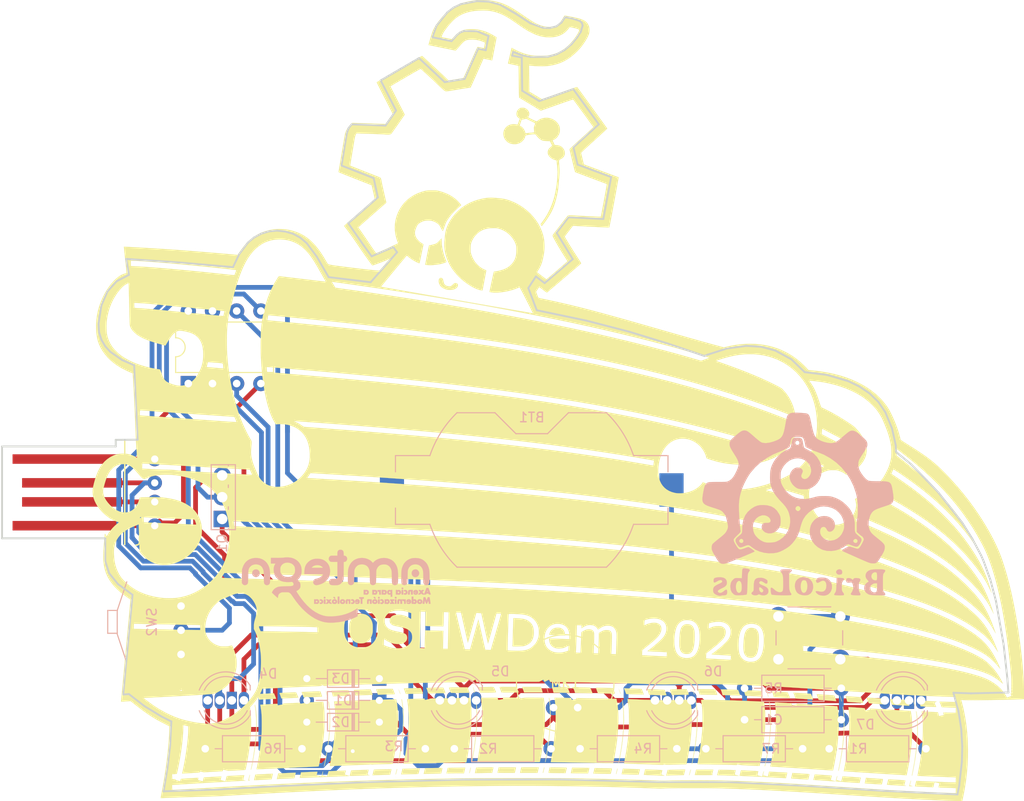
<source format=kicad_pcb>
(kicad_pcb (version 20171130) (host pcbnew "(5.1.5-0-10_14)")
  (layers (0 F.Cu signal) (31 B.Cu signal) (34 B.Paste user) (35 F.Paste user) (36 B.SilkS user) (37 F.SilkS user) (38 B.Mask user) (39 F.Mask user) (44 Edge.Cuts user))
  (net 0 "")
  (net 1 "Net-(BT1-Pad1)")
  (net 2 GND)
  (net 3 "Net-(D1-Pad1)")
  (net 4 "Net-(R1-Pad2)")
  (net 5 "Net-(D3-Pad1)")
  (net 6 "Net-(R3-Pad2)")
  (net 7 "Net-(C1-Pad1)")
  (net 8 "Net-(Q1-Pad3)")
  (net 9 "Net-(R6-Pad1)")
  (net 10 "Net-(MK1-Pad2)")
  (net 11 "Net-(D2-Pad1)")
  (net 12 "Net-(D4-Pad4)")
  (net 13 "Net-(D4-Pad1)")
  (net 14 "Net-(D5-Pad1)")
  (net 15 "Net-(D6-Pad1)")
  (module Project_Footprint_Library:BricoLabs_logo_2cm (layer B.Cu) (at 199.898 114.046 180)
    (fp_text reference G*** hide)
    (fp_text value LOGO hide)
  )
  (module Project_Footprint_Library:amtega_logo_2cm (layer B.Cu) (at 151.384 122.682 180)
    (fp_text reference G*** hide)
    (fp_text value LOGO hide)
  )
  (module Project_Footprint_Library:•OSHWI_footprint_silk_F (layer F.Cu) (at 174.752 103.124)
    (fp_text reference G*** hide)
    (fp_text value LOGO hide)
  )
  (module Connector_USB:USB_A_onBoard (layer F.Cu) (at 116.364 112.776)
    (fp_text reference J1 (at 14.732 5.08 -180) (layer F.SilkS))
    (fp_text value USB_A)
    (fp_line (start 12 1) (end 16 1) (layer F.Cu) (width 0.5))
    (fp_line (start 12 -1) (end 16 -1) (layer F.Cu) (width 0.5))
    (fp_line (start 12 -3.5) (end 16 -3.5) (layer F.Cu) (width 0.5))
    (fp_line (start 12 3.5) (end 16 3.5) (layer F.Cu) (width 0.5))
    (pad 1 thru_hole circle (at 16 3.5) (size 1.524 1.524) (drill 0.762) (layers *.Cu *.Mask) (net 7 "Net-(C1-Pad1)"))
    (pad 2 thru_hole circle (at 16 1) (size 1.524 1.524) (drill 0.762) (layers *.Cu *.Mask) (net 3 "Net-(D1-Pad1)"))
    (pad 3 thru_hole circle (at 16 -1) (size 1.524 1.524) (drill 0.762) (layers *.Cu *.Mask) (net 11 "Net-(D2-Pad1)"))
    (pad 4 thru_hole circle (at 16 -3.5) (size 1.524 1.524) (drill 0.762) (layers *.Cu *.Mask) (net 2 GND))
    (pad "" connect rect (at 7.32 -1 180) (size 10.5 1) (layers F.Cu F.Mask))
    (pad "" connect rect (at 7.32 1 180) (size 10.5 1) (layers F.Cu F.Mask))
    (pad "" connect rect (at 6.82 3.5 180) (size 11.5 1) (layers F.Cu F.Mask))
    (pad "" connect rect (at 6.82 -3.5 180) (size 11.5 1) (layers F.Cu F.Mask))
  )
  (module Package_DIP:DIP-8_W7.62mm (layer F.Cu) (at 135.89 101.346 90)
    (fp_text reference U1 hide)
    (fp_text value ATTINY85-20PU hide)
    (pad 8 thru_hole oval (at 7.62 0 90) (size 1.6 1.6) (drill 0.8) (layers *.Cu *.Mask) (net 5 "Net-(D3-Pad1)"))
    (pad 4 thru_hole oval (at 0 7.62 90) (size 1.6 1.6) (drill 0.8) (layers *.Cu *.Mask) (net 2 GND))
    (pad 7 thru_hole oval (at 7.62 2.54 90) (size 1.6 1.6) (drill 0.8) (layers *.Cu *.Mask))
    (pad 3 thru_hole oval (at 0 5.08 90) (size 1.6 1.6) (drill 0.8) (layers *.Cu *.Mask) (net 6 "Net-(R3-Pad2)"))
    (pad 6 thru_hole oval (at 7.62 5.08 90) (size 1.6 1.6) (drill 0.8) (layers *.Cu *.Mask) (net 10 "Net-(MK1-Pad2)"))
    (pad 2 thru_hole oval (at 0 2.54 90) (size 1.6 1.6) (drill 0.8) (layers *.Cu *.Mask) (net 4 "Net-(R1-Pad2)"))
    (pad 5 thru_hole oval (at 7.62 7.62 90) (size 1.6 1.6) (drill 0.8) (layers *.Cu *.Mask) (net 9 "Net-(R6-Pad1)"))
    (pad 1 thru_hole rect (at 0 0 90) (size 1.6 1.6) (drill 0.8) (layers *.Cu *.Mask))
  )
  (module Battery:BatteryHolder_Keystone_1058_1x2032 (layer B.Cu) (at 171.958 112.522)
    (fp_text reference BT1 (at 0 -7.62) (layer B.SilkS) (effects (justify mirror)))
    (fp_text value CR2032)
    (pad 2 smd rect (at 14.68 0) (size 2.54 3.51) (layers B.Cu B.Paste B.Mask) (net 2 GND))
    (pad 1 smd rect (at -14.68 0) (size 2.54 3.51) (layers B.Cu B.Paste B.Mask) (net 1 "Net-(BT1-Pad1)"))
  )
  (module Sensor_Audio:Microphone_D10.0mm_P2.54mm (layer F.Cu) (at 172.974 132.842)
    (fp_text reference MK1 (at 2.5 0) (layer F.SilkS))
    (fp_text value 0905P)
    (pad 2 thru_hole circle (at 3.81 2.54) (size 1.6 1.6) (drill 0.8) (layers *.Cu *.Mask) (net 10 "Net-(MK1-Pad2)"))
    (pad 1 thru_hole circle (at 1.27 2.54) (size 1.6 1.6) (drill 0.8) (layers *.Cu *.Mask) (net 2 GND))
  )
  (module LED_THT:LED_D5.0mm-WS2812D (layer B.Cu) (at 212.852 134.62 180)
    (fp_text reference D7 (at 5.842 -2.54) (layer B.SilkS) (effects (justify mirror)))
    (fp_text value WS2812D)
    (pad 4 thru_hole oval (at 3.81 0 180) (size 1.07 1.8) (drill 0.9) (layers *.Cu *.Mask) (net 15 "Net-(D6-Pad1)"))
    (pad 3 thru_hole oval (at 2.54 0 180) (size 1.07 1.8) (drill 0.9) (layers *.Cu *.Mask) (net 2 GND))
    (pad 1 thru_hole oval (at 0 0 180) (size 1.07 1.8) (drill 0.9) (layers *.Cu *.Mask))
    (pad 2 thru_hole rect (at 1.27 0 180) (size 1.07 1.8) (drill 0.9) (layers *.Cu *.Mask) (net 5 "Net-(D3-Pad1)"))
  )
  (module LED_THT:LED_D5.0mm-WS2812D (layer B.Cu) (at 188.722 134.62 180)
    (fp_text reference D6 (at -2.286 3.048) (layer B.SilkS) (effects (justify mirror)))
    (fp_text value WS2812D)
    (pad 4 thru_hole oval (at 3.81 0 180) (size 1.07 1.8) (drill 0.9) (layers *.Cu *.Mask) (net 14 "Net-(D5-Pad1)"))
    (pad 3 thru_hole oval (at 2.54 0 180) (size 1.07 1.8) (drill 0.9) (layers *.Cu *.Mask) (net 2 GND))
    (pad 1 thru_hole oval (at 0 0 180) (size 1.07 1.8) (drill 0.9) (layers *.Cu *.Mask) (net 15 "Net-(D6-Pad1)"))
    (pad 2 thru_hole rect (at 1.27 0 180) (size 1.07 1.8) (drill 0.9) (layers *.Cu *.Mask) (net 5 "Net-(D3-Pad1)"))
  )
  (module LED_THT:LED_D5.0mm-WS2812D (layer B.Cu) (at 166.116 134.62 180)
    (fp_text reference D5 (at -2.54 3.048) (layer B.SilkS) (effects (justify mirror)))
    (fp_text value WS2812D)
    (pad 4 thru_hole oval (at 3.81 0 180) (size 1.07 1.8) (drill 0.9) (layers *.Cu *.Mask) (net 13 "Net-(D4-Pad1)"))
    (pad 3 thru_hole oval (at 2.54 0 180) (size 1.07 1.8) (drill 0.9) (layers *.Cu *.Mask) (net 2 GND))
    (pad 1 thru_hole oval (at 0 0 180) (size 1.07 1.8) (drill 0.9) (layers *.Cu *.Mask) (net 14 "Net-(D5-Pad1)"))
    (pad 2 thru_hole rect (at 1.27 0 180) (size 1.07 1.8) (drill 0.9) (layers *.Cu *.Mask) (net 5 "Net-(D3-Pad1)"))
  )
  (module LED_THT:LED_D5.0mm-WS2812D (layer B.Cu) (at 141.732 134.62 180)
    (fp_text reference D4 (at -2.54 2.794) (layer B.SilkS) (effects (justify mirror)))
    (fp_text value WS2812D)
    (pad 4 thru_hole oval (at 3.81 0 180) (size 1.07 1.8) (drill 0.9) (layers *.Cu *.Mask) (net 12 "Net-(D4-Pad4)"))
    (pad 3 thru_hole oval (at 2.54 0 180) (size 1.07 1.8) (drill 0.9) (layers *.Cu *.Mask) (net 2 GND))
    (pad 1 thru_hole oval (at 0 0 180) (size 1.07 1.8) (drill 0.9) (layers *.Cu *.Mask) (net 13 "Net-(D4-Pad1)"))
    (pad 2 thru_hole rect (at 1.27 0 180) (size 1.07 1.8) (drill 0.9) (layers *.Cu *.Mask) (net 5 "Net-(D3-Pad1)"))
  )
  (module Button_Switch_THT:SW_DIP_SPDT_Slide_angled_ESP20XX (layer B.Cu) (at 135.128 124.714 270)
    (fp_text reference SW2 (at 1.6764 3.0734 270) (layer B.SilkS) (effects (justify mirror)))
    (fp_text value SW)
    (pad 2 thru_hole oval (at 2.54 0 270) (size 1.6 1.6) (drill 0.8) (layers *.Cu *.Mask) (net 1 "Net-(BT1-Pad1)"))
    (pad 3 thru_hole oval (at 5.08 0 270) (size 1.6 1.6) (drill 0.8) (layers *.Cu *.Mask))
    (pad 1 thru_hole rect (at 0 0 270) (size 1.6 1.6) (drill 0.8) (layers *.Cu *.Mask) (net 8 "Net-(Q1-Pad3)"))
  )
  (module Diode_THT:D_DO-34_SOD68_P7.62mm_Horizontal (layer B.Cu) (at 155.956 132.334 180)
    (fp_text reference D3 (at 4.064 0) (layer B.SilkS) (effects (justify mirror)))
    (fp_text value BAT41)
    (pad 2 thru_hole oval (at 7.62 0 180) (size 1.5 1.5) (drill 0.75) (layers *.Cu *.Mask) (net 7 "Net-(C1-Pad1)"))
    (pad 1 thru_hole rect (at 0 0 180) (size 1.5 1.5) (drill 0.75) (layers *.Cu *.Mask) (net 5 "Net-(D3-Pad1)"))
  )
  (module Diode_THT:D_DO-34_SOD68_P7.62mm_Horizontal (layer B.Cu) (at 155.956 136.906 180)
    (fp_text reference D2 (at 4.064 0) (layer B.SilkS) (effects (justify mirror)))
    (fp_text value BAT41)
    (pad 2 thru_hole oval (at 7.62 0 180) (size 1.5 1.5) (drill 0.75) (layers *.Cu *.Mask) (net 2 GND))
    (pad 1 thru_hole rect (at 0 0 180) (size 1.5 1.5) (drill 0.75) (layers *.Cu *.Mask) (net 11 "Net-(D2-Pad1)"))
  )
  (module Diode_THT:D_DO-34_SOD68_P7.62mm_Horizontal (layer B.Cu) (at 155.956 134.62 180)
    (fp_text reference D1 (at 3.81 0) (layer B.SilkS) (effects (justify mirror)))
    (fp_text value BAT41)
    (pad 2 thru_hole oval (at 7.62 0 180) (size 1.5 1.5) (drill 0.75) (layers *.Cu *.Mask) (net 2 GND))
    (pad 1 thru_hole rect (at 0 0 180) (size 1.5 1.5) (drill 0.75) (layers *.Cu *.Mask) (net 3 "Net-(D1-Pad1)"))
  )
  (module Resistor_THT:R_Axial_DIN0207_L6.3mm_D2.5mm_P10.16mm_Horizontal (layer B.Cu) (at 213.36 139.7 180)
    (fp_text reference R1 (at 7.112 0) (layer B.SilkS) (effects (justify mirror)))
    (fp_text value 10K)
    (pad 2 thru_hole oval (at 10.16 0 180) (size 1.6 1.6) (drill 0.8) (layers *.Cu *.Mask) (net 4 "Net-(R1-Pad2)"))
    (pad 1 thru_hole circle (at 0 0 180) (size 1.6 1.6) (drill 0.8) (layers *.Cu *.Mask) (net 2 GND))
  )
  (module Resistor_THT:R_Axial_DIN0207_L6.3mm_D2.5mm_P10.16mm_Horizontal (layer B.Cu) (at 147.828 139.7 180)
    (fp_text reference R6 (at 3.048 0) (layer B.SilkS) (effects (justify mirror)))
    (fp_text value 470R)
    (pad 2 thru_hole oval (at 10.16 0 180) (size 1.6 1.6) (drill 0.8) (layers *.Cu *.Mask) (net 12 "Net-(D4-Pad4)"))
    (pad 1 thru_hole circle (at 0 0 180) (size 1.6 1.6) (drill 0.8) (layers *.Cu *.Mask) (net 9 "Net-(R6-Pad1)"))
  )
  (module Resistor_THT:R_Axial_DIN0207_L6.3mm_D2.5mm_P10.16mm_Horizontal (layer B.Cu) (at 200.406 139.7 180)
    (fp_text reference R7 (at 3.302 0) (layer B.SilkS) (effects (justify mirror)))
    (fp_text value 2K2)
    (pad 2 thru_hole oval (at 10.16 0 180) (size 1.6 1.6) (drill 0.8) (layers *.Cu *.Mask) (net 5 "Net-(D3-Pad1)"))
    (pad 1 thru_hole circle (at 0 0 180) (size 1.6 1.6) (drill 0.8) (layers *.Cu *.Mask) (net 10 "Net-(MK1-Pad2)"))
  )
  (module Resistor_THT:R_Axial_DIN0207_L6.3mm_D2.5mm_P10.16mm_Horizontal (layer B.Cu) (at 194.31 133.35)
    (fp_text reference R5 (at 3.048 0) (layer B.SilkS) (effects (justify mirror)))
    (fp_text value 100K)
    (pad 2 thru_hole oval (at 10.16 0) (size 1.6 1.6) (drill 0.8) (layers *.Cu *.Mask) (net 7 "Net-(C1-Pad1)"))
    (pad 1 thru_hole circle (at 0 0) (size 1.6 1.6) (drill 0.8) (layers *.Cu *.Mask) (net 2 GND))
  )
  (module Package_TO_SOT_THT:TO-251-3_Vertical (layer B.Cu) (at 139.446 115.57 90)
    (fp_text reference Q1 (at -2.54 0 270) (layer B.SilkS) (effects (justify mirror)))
    (fp_text value AOI409)
    (pad 3 thru_hole oval (at 4.58 0 90) (size 1.7175 1.8) (drill 1.1) (layers *.Cu *.Mask) (net 8 "Net-(Q1-Pad3)"))
    (pad 2 thru_hole oval (at 2.29 0 90) (size 1.7175 1.8) (drill 1.1) (layers *.Cu *.Mask) (net 5 "Net-(D3-Pad1)"))
    (pad 1 thru_hole rect (at 0 0 90) (size 1.7175 1.8) (drill 1.1) (layers *.Cu *.Mask) (net 7 "Net-(C1-Pad1)"))
  )
  (module Resistor_THT:R_Axial_DIN0207_L6.3mm_D2.5mm_P10.16mm_Horizontal (layer B.Cu) (at 204.47 136.652 180)
    (fp_text reference C1 (at 7.112 0) (layer B.SilkS) (effects (justify mirror)))
    (fp_text value 100K)
    (pad 2 thru_hole oval (at 10.16 0 180) (size 1.6 1.6) (drill 0.8) (layers *.Cu *.Mask) (net 2 GND))
    (pad 1 thru_hole circle (at 0 0 180) (size 1.6 1.6) (drill 0.8) (layers *.Cu *.Mask) (net 7 "Net-(C1-Pad1)"))
  )
  (module Resistor_THT:R_Axial_DIN0207_L6.3mm_D2.5mm_P10.16mm_Horizontal (layer B.Cu) (at 177.038 139.7)
    (fp_text reference R4 (at 6.604 0) (layer B.SilkS) (effects (justify mirror)))
    (fp_text value 1K5)
    (pad 2 thru_hole oval (at 10.16 0) (size 1.6 1.6) (drill 0.8) (layers *.Cu *.Mask) (net 5 "Net-(D3-Pad1)"))
    (pad 1 thru_hole circle (at 0 0) (size 1.6 1.6) (drill 0.8) (layers *.Cu *.Mask) (net 11 "Net-(D2-Pad1)"))
  )
  (module Resistor_THT:R_Axial_DIN0207_L6.3mm_D2.5mm_P10.16mm_Horizontal (layer B.Cu) (at 150.622 139.7)
    (fp_text reference R3 (at 6.858 -0.254) (layer B.SilkS) (effects (justify mirror)))
    (fp_text value 68R)
    (pad 2 thru_hole oval (at 10.16 0) (size 1.6 1.6) (drill 0.8) (layers *.Cu *.Mask) (net 6 "Net-(R3-Pad2)"))
    (pad 1 thru_hole circle (at 0 0) (size 1.6 1.6) (drill 0.8) (layers *.Cu *.Mask) (net 3 "Net-(D1-Pad1)"))
  )
  (module Resistor_THT:R_Axial_DIN0207_L6.3mm_D2.5mm_P10.16mm_Horizontal (layer B.Cu) (at 173.99 139.7 180)
    (fp_text reference R2 (at 6.604 0) (layer B.SilkS) (effects (justify mirror)))
    (fp_text value 68R)
    (pad 2 thru_hole oval (at 10.16 0 180) (size 1.6 1.6) (drill 0.8) (layers *.Cu *.Mask) (net 4 "Net-(R1-Pad2)"))
    (pad 1 thru_hole circle (at 0 0 180) (size 1.6 1.6) (drill 0.8) (layers *.Cu *.Mask) (net 11 "Net-(D2-Pad1)"))
  )
  (module Button_Switch_THT:SW_PUSH_6mm_H4.3mm (layer B.Cu) (at 197.866 130.302)
    (fp_text reference SW1 hide)
    (fp_text value SW_Push hide)
    (pad 1 thru_hole circle (at 6.5 0 270) (size 2 2) (drill 1.1) (layers *.Cu *.Mask) (net 5 "Net-(D3-Pad1)"))
    (pad 2 thru_hole circle (at 6.5 -4.5 270) (size 2 2) (drill 1.1) (layers *.Cu *.Mask) (net 4 "Net-(R1-Pad2)"))
    (pad 1 thru_hole circle (at 0 0 270) (size 2 2) (drill 1.1) (layers *.Cu *.Mask) (net 5 "Net-(D3-Pad1)"))
    (pad 2 thru_hole circle (at 0 -4.5 270) (size 2 2) (drill 1.1) (layers *.Cu *.Mask) (net 4 "Net-(R1-Pad2)"))
  )
  (gr_line (start 128.27 107.259) (end 128.27 107.95) (layer Edge.Cuts) (width 0.2))
  (gr_line (start 116.332 107.95) (end 128.27 107.95) (layer Edge.Cuts) (width 0.2))
  (gr_line (start 172.486837 93.646767) (end 171.59952 91.317) (layer Edge.Cuts) (width 0.2))
  (gr_line (start 177.704225 94.74047) (end 172.486837 93.646767) (layer Edge.Cuts) (width 0.2))
  (gr_line (start 182.189858 95.901385) (end 177.704225 94.74047) (layer Edge.Cuts) (width 0.2))
  (gr_line (start 186.221029 97.134295) (end 182.189858 95.901385) (layer Edge.Cuts) (width 0.2))
  (gr_line (start 190.075037 98.443988) (end 186.221029 97.134295) (layer Edge.Cuts) (width 0.2))
  (gr_line (start 190.462542 98.303979) (end 190.075037 98.443988) (layer Edge.Cuts) (width 0.2))
  (gr_line (start 192.426732 97.67529) (end 190.462542 98.303979) (layer Edge.Cuts) (width 0.2))
  (gr_line (start 194.466012 97.390066) (end 192.426732 97.67529) (layer Edge.Cuts) (width 0.2))
  (gr_line (start 196.013525 97.480922) (end 194.466012 97.390066) (layer Edge.Cuts) (width 0.2))
  (gr_line (start 197.512572 97.872377) (end 196.013525 97.480922) (layer Edge.Cuts) (width 0.2))
  (gr_line (start 199.221076 98.798165) (end 197.512572 97.872377) (layer Edge.Cuts) (width 0.2))
  (gr_line (start 200.619772 100.146688) (end 199.221076 98.798165) (layer Edge.Cuts) (width 0.2))
  (gr_line (start 202.937842 100.432848) (end 200.619772 100.146688) (layer Edge.Cuts) (width 0.2))
  (gr_line (start 205.176112 101.089817) (end 202.937842 100.432848) (layer Edge.Cuts) (width 0.2))
  (gr_line (start 206.348248 101.650512) (end 205.176112 101.089817) (layer Edge.Cuts) (width 0.2))
  (gr_line (start 207.429709 102.377625) (end 206.348248 101.650512) (layer Edge.Cuts) (width 0.2))
  (gr_line (start 208.363053 103.276774) (end 207.429709 102.377625) (layer Edge.Cuts) (width 0.2))
  (gr_line (start 209.090842 104.353566) (end 208.363053 103.276774) (layer Edge.Cuts) (width 0.2))
  (gr_line (start 209.793953 106.05045) (end 209.090842 104.353566) (layer Edge.Cuts) (width 0.2))
  (gr_line (start 210.193272 107.838346) (end 209.793953 106.05045) (layer Edge.Cuts) (width 0.2))
  (gr_line (start 210.205407 108.476653) (end 210.193272 107.838346) (layer Edge.Cuts) (width 0.2))
  (gr_line (start 210.265489 108.573667) (end 210.205407 108.476653) (layer Edge.Cuts) (width 0.2))
  (gr_line (start 211.808518 109.835588) (end 210.265489 108.573667) (layer Edge.Cuts) (width 0.2))
  (gr_line (start 213.430559 111.501167) (end 211.808518 109.835588) (layer Edge.Cuts) (width 0.2))
  (gr_line (start 213.434962 111.50557) (end 213.430559 111.501167) (layer Edge.Cuts) (width 0.2))
  (gr_line (start 214.657002 112.78273) (end 213.434962 111.50557) (layer Edge.Cuts) (width 0.2))
  (gr_line (start 217.166293 115.956337) (end 214.657002 112.78273) (layer Edge.Cuts) (width 0.2))
  (gr_line (start 218.226142 117.640626) (end 217.166293 115.956337) (layer Edge.Cuts) (width 0.2))
  (gr_line (start 219.150502 119.3918) (end 218.226142 117.640626) (layer Edge.Cuts) (width 0.2))
  (gr_line (start 219.415085 119.992625) (end 219.150502 119.3918) (layer Edge.Cuts) (width 0.2))
  (gr_line (start 220.138358 121.997519) (end 219.415085 119.992625) (layer Edge.Cuts) (width 0.2))
  (gr_line (start 220.720054 124.223047) (end 220.138358 121.997519) (layer Edge.Cuts) (width 0.2))
  (gr_line (start 221.514373 128.73442) (end 220.720054 124.223047) (layer Edge.Cuts) (width 0.2))
  (gr_line (start 221.909342 132.32357) (end 221.514373 128.73442) (layer Edge.Cuts) (width 0.2))
  (gr_line (start 222.016265 133.787325) (end 221.909342 132.32357) (layer Edge.Cuts) (width 0.2))
  (gr_line (start 221.699869 133.801097) (end 222.016265 133.787325) (layer Edge.Cuts) (width 0.2))
  (gr_line (start 218.092719 133.881576) (end 221.699869 133.801097) (layer Edge.Cuts) (width 0.2))
  (gr_line (start 216.244499 133.822044) (end 218.092719 133.881576) (layer Edge.Cuts) (width 0.2))
  (gr_line (start 216.779965 135.756909) (end 216.244499 133.822044) (layer Edge.Cuts) (width 0.2))
  (gr_line (start 217.070826 137.659373) (end 216.779965 135.756909) (layer Edge.Cuts) (width 0.2))
  (gr_line (start 217.170469 139.459907) (end 217.070826 137.659373) (layer Edge.Cuts) (width 0.2))
  (gr_line (start 217.13228 141.088984) (end 217.170469 139.459907) (layer Edge.Cuts) (width 0.2))
  (gr_line (start 216.855952 143.554649) (end 217.13228 141.088984) (layer Edge.Cuts) (width 0.2))
  (gr_line (start 216.668933 144.500144) (end 216.855952 143.554649) (layer Edge.Cuts) (width 0.2))
  (gr_line (start 208.861105 144.121384) (end 216.668933 144.500144) (layer Edge.Cuts) (width 0.2))
  (gr_line (start 200.651033 143.596894) (end 208.861105 144.121384) (layer Edge.Cuts) (width 0.2))
  (gr_line (start 192.585186 143.197571) (end 200.651033 143.596894) (layer Edge.Cuts) (width 0.2))
  (gr_line (start 185.210033 143.194314) (end 192.585186 143.197571) (layer Edge.Cuts) (width 0.2))
  (gr_line (start 174.914708 142.923083) (end 185.210033 143.194314) (layer Edge.Cuts) (width 0.2))
  (gr_line (start 164.652458 142.944192) (end 174.914708 142.923083) (layer Edge.Cuts) (width 0.2))
  (gr_line (start 154.485721 143.208046) (end 164.652458 142.944192) (layer Edge.Cuts) (width 0.2))
  (gr_line (start 144.476933 143.665049) (end 154.485721 143.208046) (layer Edge.Cuts) (width 0.2))
  (gr_line (start 139.032033 143.982549) (end 144.476933 143.665049) (layer Edge.Cuts) (width 0.2))
  (gr_line (start 133.294433 144.169964) (end 139.032033 143.982549) (layer Edge.Cuts) (width 0.2))
  (gr_line (start 133.702424 141.727082) (end 133.294433 144.169964) (layer Edge.Cuts) (width 0.2))
  (gr_line (start 133.982246 139.358593) (end 133.702424 141.727082) (layer Edge.Cuts) (width 0.2))
  (gr_line (start 134.108026 136.834394) (end 133.982246 139.358593) (layer Edge.Cuts) (width 0.2))
  (gr_line (start 134.031134 136.798619) (end 134.108026 136.834394) (layer Edge.Cuts) (width 0.2))
  (gr_line (start 133.048586 136.30247) (end 134.031134 136.798619) (layer Edge.Cuts) (width 0.2))
  (gr_line (start 131.286548 135.225483) (end 133.048586 136.30247) (layer Edge.Cuts) (width 0.2))
  (gr_line (start 129.650346 133.95926) (end 131.286548 135.225483) (layer Edge.Cuts) (width 0.2))
  (gr_line (start 129.057175 133.99918) (end 129.650346 133.95926) (layer Edge.Cuts) (width 0.2))
  (gr_line (start 130.03256 123.53008) (end 129.057175 133.99918) (layer Edge.Cuts) (width 0.2))
  (gr_line (start 128.502908 122.408578) (end 130.03256 123.53008) (layer Edge.Cuts) (width 0.2))
  (gr_line (start 127.585504 121.271572) (end 128.502908 122.408578) (layer Edge.Cuts) (width 0.2))
  (gr_line (start 127.174718 119.997051) (end 127.585504 121.271572) (layer Edge.Cuts) (width 0.2))
  (gr_line (start 127.16492 117.602) (end 127.174718 119.997051) (layer Edge.Cuts) (width 0.2))
  (gr_line (start 116.332 117.602) (end 127.16492 117.602) (layer Edge.Cuts) (width 0.2))
  (gr_line (start 116.332 107.95) (end 116.332 117.602) (layer Edge.Cuts) (width 0.2))
  (gr_line (start 130.571706 107.242919) (end 128.27 107.259344) (layer Edge.Cuts) (width 0.2))
  (gr_line (start 130.202744 99.427659) (end 130.571706 107.242919) (layer Edge.Cuts) (width 0.2))
  (gr_line (start 128.926044 98.873254) (end 130.202744 99.427659) (layer Edge.Cuts) (width 0.2))
  (gr_line (start 127.68559 98.005298) (end 128.926044 98.873254) (layer Edge.Cuts) (width 0.2))
  (gr_line (start 127.169005 97.432385) (end 127.68559 98.005298) (layer Edge.Cuts) (width 0.2))
  (gr_line (start 126.769541 96.755462) (end 127.169005 97.432385) (layer Edge.Cuts) (width 0.2))
  (gr_line (start 126.523217 95.965988) (end 126.769541 96.755462) (layer Edge.Cuts) (width 0.2))
  (gr_line (start 126.466054 95.055419) (end 126.523217 95.965988) (layer Edge.Cuts) (width 0.2))
  (gr_line (start 126.757656 93.158098) (end 126.466054 95.055419) (layer Edge.Cuts) (width 0.2))
  (gr_line (start 127.402873 91.672485) (end 126.757656 93.158098) (layer Edge.Cuts) (width 0.2))
  (gr_line (start 128.377563 90.596902) (end 127.402873 91.672485) (layer Edge.Cuts) (width 0.2))
  (gr_line (start 129.657584 89.929669) (end 128.377563 90.596902) (layer Edge.Cuts) (width 0.2))
  (gr_line (start 129.36544 88.258939) (end 129.657584 89.929669) (layer Edge.Cuts) (width 0.2))
  (gr_line (start 134.843689 88.623574) (end 129.36544 88.258939) (layer Edge.Cuts) (width 0.2))
  (gr_line (start 140.58374 89.124898) (end 134.843689 88.623574) (layer Edge.Cuts) (width 0.2))
  (gr_line (start 141.236313 87.759316) (end 140.58374 89.124898) (layer Edge.Cuts) (width 0.2))
  (gr_line (start 142.14478 86.553478) (end 141.236313 87.759316) (layer Edge.Cuts) (width 0.2))
  (gr_line (start 142.79784 86.006525) (end 142.14478 86.553478) (layer Edge.Cuts) (width 0.2))
  (gr_line (start 143.547944 85.606619) (end 142.79784 86.006525) (layer Edge.Cuts) (width 0.2))
  (gr_line (start 144.363204 85.36402) (end 143.547944 85.606619) (layer Edge.Cuts) (width 0.2))
  (gr_line (start 145.21174 85.288988) (end 144.363204 85.36402) (layer Edge.Cuts) (width 0.2))
  (gr_line (start 146.060099 85.376912) (end 145.21174 85.288988) (layer Edge.Cuts) (width 0.2))
  (gr_line (start 146.87806 85.61586) (end 146.060099 85.376912) (layer Edge.Cuts) (width 0.2))
  (gr_line (start 147.65645 86.033541) (end 146.87806 85.61586) (layer Edge.Cuts) (width 0.2))
  (gr_line (start 148.325526 86.60381) (end 147.65645 86.033541) (layer Edge.Cuts) (width 0.2))
  (gr_line (start 149.38388 88.01695) (end 148.325526 86.60381) (layer Edge.Cuts) (width 0.2))
  (gr_line (start 150.62742 90.17) (end 149.38388 88.01695) (layer Edge.Cuts) (width 0.2))
  (gr_line (start 155.04372 90.705) (end 150.62742 90.17) (layer Edge.Cuts) (width 0.2))
  (gr_line (start 157.815531 87.56227) (end 155.04372 90.705) (layer Edge.Cuts) (width 0.2))
  (gr_line (start 157.422763 87.01047) (end 157.815531 87.56227) (layer Edge.Cuts) (width 0.2))
  (gr_line (start 155.145693 87.985016) (end 157.422763 87.01047) (layer Edge.Cuts) (width 0.2))
  (gr_line (start 154.307728 86.832876) (end 155.145693 87.985016) (layer Edge.Cuts) (width 0.2))
  (gr_line (start 152.690028 84.510706) (end 154.307728 86.832876) (layer Edge.Cuts) (width 0.2))
  (gr_line (start 155.801088 81.789356) (end 152.690028 84.510706) (layer Edge.Cuts) (width 0.2))
  (gr_line (start 155.360116 79.779076) (end 155.801088 81.789356) (layer Edge.Cuts) (width 0.2))
  (gr_line (start 151.978966 78.451196) (end 155.360116 79.779076) (layer Edge.Cuts) (width 0.2))
  (gr_line (start 152.55333 75.009966) (end 151.978966 78.451196) (layer Edge.Cuts) (width 0.2))
  (gr_line (start 152.724385 74.523628) (end 152.55333 75.009966) (layer Edge.Cuts) (width 0.2))
  (gr_line (start 153.051076 74.123613) (end 152.724385 74.523628) (layer Edge.Cuts) (width 0.2))
  (gr_line (start 154.543416 74.171469) (end 153.051076 74.123613) (layer Edge.Cuts) (width 0.2))
  (gr_line (start 156.595946 74.258661) (end 154.543416 74.171469) (layer Edge.Cuts) (width 0.2))
  (gr_line (start 157.710506 72.672821) (end 156.595946 74.258661) (layer Edge.Cuts) (width 0.2))
  (gr_line (start 156.098756 69.510501) (end 157.710506 72.672821) (layer Edge.Cuts) (width 0.2))
  (gr_line (start 160.116016 67.172801) (end 156.098756 69.510501) (layer Edge.Cuts) (width 0.2))
  (gr_line (start 161.470666 68.428951) (end 160.116016 67.172801) (layer Edge.Cuts) (width 0.2))
  (gr_line (start 162.814206 69.691851) (end 161.470666 68.428951) (layer Edge.Cuts) (width 0.2))
  (gr_line (start 164.913786 69.353405) (end 162.814206 69.691851) (layer Edge.Cuts) (width 0.2))
  (gr_line (start 166.326546 66.177305) (end 164.913786 69.353405) (layer Edge.Cuts) (width 0.2))
  (gr_line (start 167.131869 66.340465) (end 166.326546 66.177305) (layer Edge.Cuts) (width 0.2))
  (gr_line (start 167.418502 64.853285) (end 167.131869 66.340465) (layer Edge.Cuts) (width 0.2))
  (gr_line (start 166.186362 64.344636) (end 167.418502 64.853285) (layer Edge.Cuts) (width 0.2))
  (gr_line (start 164.856602 64.318771) (end 166.186362 64.344636) (layer Edge.Cuts) (width 0.2))
  (gr_line (start 164.451565 64.470503) (end 164.856602 64.318771) (layer Edge.Cuts) (width 0.2))
  (gr_line (start 164.114692 64.736507) (end 164.451565 64.470503) (layer Edge.Cuts) (width 0.2))
  (gr_line (start 163.537392 65.389061) (end 164.114692 64.736507) (layer Edge.Cuts) (width 0.2))
  (gr_line (start 161.526562 64.979508) (end 163.537392 65.389061) (layer Edge.Cuts) (width 0.2))
  (gr_line (start 161.963676 63.762428) (end 161.526562 64.979508) (layer Edge.Cuts) (width 0.2))
  (gr_line (start 163.089806 62.367698) (end 161.963676 63.762428) (layer Edge.Cuts) (width 0.2))
  (gr_line (start 163.764885 61.85454) (end 163.089806 62.367698) (layer Edge.Cuts) (width 0.2))
  (gr_line (start 164.529285 61.495175) (end 163.764885 61.85454) (layer Edge.Cuts) (width 0.2))
  (gr_line (start 166.192046 61.183848) (end 164.529285 61.495175) (layer Edge.Cuts) (width 0.2))
  (gr_line (start 167.435579 61.232986) (end 166.192046 61.183848) (layer Edge.Cuts) (width 0.2))
  (gr_line (start 168.634316 61.561786) (end 167.435579 61.232986) (layer Edge.Cuts) (width 0.2))
  (gr_line (start 170.249637 62.48985) (end 168.634316 61.561786) (layer Edge.Cuts) (width 0.2))
  (gr_line (start 171.810966 63.512346) (end 170.249637 62.48985) (layer Edge.Cuts) (width 0.2))
  (gr_line (start 173.149346 63.985048) (end 171.810966 63.512346) (layer Edge.Cuts) (width 0.2))
  (gr_line (start 173.854968 64.010314) (end 173.149346 63.985048) (layer Edge.Cuts) (width 0.2))
  (gr_line (start 174.542566 63.835744) (end 173.854968 64.010314) (layer Edge.Cuts) (width 0.2))
  (gr_line (start 175.081232 63.430714) (end 174.542566 63.835744) (layer Edge.Cuts) (width 0.2))
  (gr_line (start 175.462923 62.866702) (end 175.081232 63.430714) (layer Edge.Cuts) (width 0.2))
  (gr_line (start 176.244638 63.013559) (end 175.462923 62.866702) (layer Edge.Cuts) (width 0.2))
  (gr_line (start 176.994193 63.264128) (end 176.244638 63.013559) (layer Edge.Cuts) (width 0.2))
  (gr_line (start 177.214387 63.457007) (end 176.994193 63.264128) (layer Edge.Cuts) (width 0.2))
  (gr_line (start 177.30563 63.748646) (end 177.214387 63.457007) (layer Edge.Cuts) (width 0.2))
  (gr_line (start 177.110649 64.411115) (end 177.30563 63.748646) (layer Edge.Cuts) (width 0.2))
  (gr_line (start 176.725397 64.999386) (end 177.110649 64.411115) (layer Edge.Cuts) (width 0.2))
  (gr_line (start 176.123206 65.723023) (end 176.725397 64.999386) (layer Edge.Cuts) (width 0.2))
  (gr_line (start 175.398595 66.324802) (end 176.123206 65.723023) (layer Edge.Cuts) (width 0.2))
  (gr_line (start 174.572662 66.770842) (end 175.398595 66.324802) (layer Edge.Cuts) (width 0.2))
  (gr_line (start 173.666507 67.027266) (end 174.572662 66.770842) (layer Edge.Cuts) (width 0.2))
  (gr_line (start 171.850855 67.051703) (end 173.666507 67.027266) (layer Edge.Cuts) (width 0.2))
  (gr_line (start 170.959619 66.877725) (end 171.850855 67.051703) (layer Edge.Cuts) (width 0.2))
  (gr_line (start 170.107157 66.560564) (end 170.959619 66.877725) (layer Edge.Cuts) (width 0.2))
  (gr_line (start 170.007591 66.542546) (end 170.107157 66.560564) (layer Edge.Cuts) (width 0.2))
  (gr_line (start 169.965484 66.642526) (end 170.007591 66.542546) (layer Edge.Cuts) (width 0.2))
  (gr_line (start 169.912734 66.907101) (end 169.965484 66.642526) (layer Edge.Cuts) (width 0.2))
  (gr_line (start 170.914844 67.1105) (end 169.912734 66.907101) (layer Edge.Cuts) (width 0.2))
  (gr_line (start 170.958391 70.59528) (end 170.914844 67.1105) (layer Edge.Cuts) (width 0.2))
  (gr_line (start 172.743221 71.68117) (end 170.958391 70.59528) (layer Edge.Cuts) (width 0.2))
  (gr_line (start 176.315651 70.42495) (end 172.743221 71.68117) (layer Edge.Cuts) (width 0.2))
  (gr_line (start 179.003371 74.1214) (end 176.315651 70.42495) (layer Edge.Cuts) (width 0.2))
  (gr_line (start 176.339901 76.53131) (end 179.003371 74.1214) (layer Edge.Cuts) (width 0.2))
  (gr_line (start 176.779219 78.35363) (end 176.339901 76.53131) (layer Edge.Cuts) (width 0.2))
  (gr_line (start 180.298179 79.66552) (end 176.779219 78.35363) (layer Edge.Cuts) (width 0.2))
  (gr_line (start 179.480175 84.06862) (end 180.298179 79.66552) (layer Edge.Cuts) (width 0.2))
  (gr_line (start 177.774455 83.983476) (end 179.480175 84.06862) (layer Edge.Cuts) (width 0.2))
  (gr_line (start 175.825065 83.886166) (end 177.774455 83.983476) (layer Edge.Cuts) (width 0.2))
  (gr_line (start 174.574355 85.508946) (end 175.825065 83.886166) (layer Edge.Cuts) (width 0.2))
  (gr_line (start 176.268234 88.282106) (end 174.574355 85.508946) (layer Edge.Cuts) (width 0.2))
  (gr_line (start 173.312065 90.800056) (end 176.268234 88.282106) (layer Edge.Cuts) (width 0.2))
  (gr_line (start 172.39319 90.10332) (end 173.312065 90.800056) (layer Edge.Cuts) (width 0.2))
  (gr_line (start 171.59952 91.317) (end 172.39319 90.10332) (layer Edge.Cuts) (width 0.2))
  (segment (start 130.891048 120.705011) (end 128.58297 118.396933) (width 0.5) (layer B.Cu) (net 1))
  (segment (start 128.58297 118.396933) (end 128.58297 110.43103) (width 0.5) (layer B.Cu) (net 1))
  (segment (start 136.049163 120.705011) (end 130.891048 120.705011) (width 0.5) (layer B.Cu) (net 1))
  (segment (start 136.652 121.307848) (end 136.049163 120.705011) (width 0.5) (layer B.Cu) (net 1))
  (segment (start 128.58297 110.43103) (end 132.08 106.934) (width 0.5) (layer B.Cu) (net 1))
  (segment (start 134.838047 91.24799) (end 145.09599 91.24799) (width 0.5) (layer B.Cu) (net 1))
  (segment (start 132.08 94.006038) (end 134.838047 91.24799) (width 0.5) (layer B.Cu) (net 1))
  (segment (start 132.08 106.934) (end 132.08 94.006038) (width 0.5) (layer B.Cu) (net 1))
  (segment (start 145.09599 91.24799) (end 146.304 92.456) (width 0.5) (layer B.Cu) (net 1))
  (segment (start 146.304 92.456) (end 146.304 105.664) (width 0.5) (layer B.Cu) (net 1))
  (segment (start 146.304 105.664) (end 146.304 106.426) (width 0.5) (layer B.Cu) (net 1))
  (segment (start 146.304 110.744) (end 148.082 112.522) (width 0.5) (layer B.Cu) (net 1))
  (segment (start 148.082 112.522) (end 157.278 112.522) (width 0.5) (layer B.Cu) (net 1))
  (segment (start 146.304 105.664) (end 146.304 110.744) (width 0.5) (layer B.Cu) (net 1))
  (segment (start 136.652 121.385962) (end 136.652 121.307848) (width 0.5) (layer B.Cu) (net 1))
  (segment (start 140.208 126.492) (end 140.208 124.941962) (width 0.5) (layer B.Cu) (net 1))
  (segment (start 139.446 127.254) (end 140.208 126.492) (width 0.5) (layer B.Cu) (net 1))
  (segment (start 140.208 124.941962) (end 136.652 121.385962) (width 0.5) (layer B.Cu) (net 1))
  (segment (start 135.128 127.254) (end 139.446 127.254) (width 0.5) (layer B.Cu) (net 1))
  (segment (start 148.336 136.906) (end 148.336 134.62) (width 0.5) (layer F.Cu) (net 2))
  (segment (start 186.182 136.398) (end 186.182 134.62) (width 0.5) (layer F.Cu) (net 2))
  (segment (start 191.262 136.652) (end 194.31 136.652) (width 0.5) (layer F.Cu) (net 2))
  (segment (start 190.754 137.16) (end 191.262 136.652) (width 0.5) (layer F.Cu) (net 2))
  (segment (start 186.182 136.652) (end 186.69 137.16) (width 0.5) (layer F.Cu) (net 2))
  (segment (start 186.69 137.16) (end 190.754 137.16) (width 0.5) (layer F.Cu) (net 2))
  (segment (start 186.182 136.398) (end 186.182 136.652) (width 0.5) (layer F.Cu) (net 2))
  (segment (start 194.31 136.652) (end 198.628 136.652) (width 0.5) (layer F.Cu) (net 2))
  (segment (start 198.628 136.652) (end 200.152 138.176) (width 0.5) (layer F.Cu) (net 2))
  (segment (start 211.836 138.176) (end 213.36 139.7) (width 0.5) (layer F.Cu) (net 2))
  (segment (start 210.312 136.02) (end 210.312 137.922) (width 0.5) (layer F.Cu) (net 2))
  (segment (start 210.312 134.62) (end 210.312 136.02) (width 0.5) (layer F.Cu) (net 2))
  (segment (start 210.312 137.922) (end 211.836 138.176) (width 0.5) (layer F.Cu) (net 2))
  (segment (start 200.152 138.176) (end 210.312 137.922) (width 0.5) (layer F.Cu) (net 2))
  (segment (start 194.31 133.604) (end 194.31 136.652) (width 0.5) (layer B.Cu) (net 2))
  (segment (start 132.588 108.510037) (end 132.653953 108.57599) (width 0.5) (layer F.Cu) (net 2))
  (segment (start 149.085999 137.655999) (end 149.085999 138.163999) (width 0.5) (layer F.Cu) (net 2))
  (segment (start 148.336 136.906) (end 149.085999 137.655999) (width 0.5) (layer F.Cu) (net 2))
  (segment (start 149.085999 138.163999) (end 149.098 138.176) (width 0.5) (layer F.Cu) (net 2))
  (segment (start 149.098 138.176) (end 149.098 140.716) (width 0.5) (layer F.Cu) (net 2))
  (segment (start 149.332001 140.950001) (end 178.542001 140.950001) (width 0.5) (layer F.Cu) (net 2))
  (segment (start 149.098 140.716) (end 149.332001 140.950001) (width 0.5) (layer F.Cu) (net 2))
  (segment (start 178.542001 140.950001) (end 179.07 140.422002) (width 0.5) (layer F.Cu) (net 2))
  (segment (start 179.07 140.422002) (end 179.07 138.176) (width 0.5) (layer F.Cu) (net 2))
  (segment (start 193.04 132.08) (end 194.31 133.35) (width 0.5) (layer B.Cu) (net 2))
  (segment (start 163.576 136.398) (end 164.338 137.16) (width 0.5) (layer F.Cu) (net 2))
  (segment (start 163.576 134.62) (end 163.576 136.398) (width 0.5) (layer F.Cu) (net 2))
  (segment (start 185.166 137.414) (end 185.42 137.16) (width 0.5) (layer F.Cu) (net 2))
  (segment (start 179.832 137.414) (end 185.166 137.414) (width 0.5) (layer F.Cu) (net 2))
  (segment (start 185.42 137.16) (end 186.182 136.398) (width 0.5) (layer F.Cu) (net 2))
  (segment (start 179.07 138.176) (end 179.832 137.414) (width 0.5) (layer F.Cu) (net 2))
  (segment (start 164.338 137.16) (end 173.482 137.16) (width 0.5) (layer F.Cu) (net 2))
  (segment (start 173.482 137.16) (end 174.244 136.398) (width 0.5) (layer F.Cu) (net 2))
  (segment (start 174.244 136.398) (end 174.244 135.382) (width 0.5) (layer F.Cu) (net 2))
  (segment (start 175.26 137.414) (end 174.244 136.398) (width 0.5) (layer F.Cu) (net 2))
  (segment (start 178.308 137.414) (end 175.26 137.414) (width 0.5) (layer F.Cu) (net 2))
  (segment (start 179.07 138.176) (end 178.308 137.414) (width 0.5) (layer F.Cu) (net 2))
  (segment (start 132.653953 108.57599) (end 132.858981 108.781018) (width 0.5) (layer F.Cu) (net 2))
  (segment (start 132.842 105.156) (end 132.653953 108.57599) (width 0.5) (layer F.Cu) (net 2))
  (segment (start 134.112 103.886) (end 132.842 105.156) (width 0.5) (layer F.Cu) (net 2))
  (segment (start 140.97 103.886) (end 134.112 103.886) (width 0.5) (layer F.Cu) (net 2))
  (segment (start 143.51 101.346) (end 140.97 103.886) (width 0.5) (layer F.Cu) (net 2))
  (segment (start 187.198 130.81) (end 191.77 130.81) (width 0.5) (layer B.Cu) (net 2))
  (segment (start 191.77 130.81) (end 194.31 133.35) (width 0.5) (layer B.Cu) (net 2))
  (segment (start 136.339115 120.005001) (end 137.453057 121.118943) (width 0.5) (layer B.Cu) (net 2))
  (segment (start 139.192 132.588) (end 139.192 134.62) (width 0.5) (layer B.Cu) (net 2))
  (segment (start 131.181001 120.005001) (end 136.339115 120.005001) (width 0.5) (layer B.Cu) (net 2))
  (segment (start 130.754 109.276) (end 129.28298 110.74702) (width 0.5) (layer B.Cu) (net 2))
  (segment (start 129.28298 118.10698) (end 131.181001 120.005001) (width 0.5) (layer B.Cu) (net 2))
  (segment (start 129.28298 110.74702) (end 129.28298 118.10698) (width 0.5) (layer B.Cu) (net 2))
  (segment (start 132.364 109.276) (end 130.754 109.276) (width 0.5) (layer B.Cu) (net 2))
  (segment (start 186.638 130.25) (end 187.198 130.81) (width 0.5) (layer B.Cu) (net 2))
  (segment (start 186.638 112.522) (end 186.638 130.25) (width 0.5) (layer B.Cu) (net 2))
  (segment (start 137.453057 121.118943) (end 137.453057 121.197057) (width 0.5) (layer B.Cu) (net 2))
  (segment (start 140.540113 124.206) (end 140.794113 124.46) (width 0.5) (layer B.Cu) (net 2))
  (segment (start 140.462 124.206) (end 140.540113 124.206) (width 0.5) (layer B.Cu) (net 2))
  (segment (start 137.453057 121.197057) (end 140.462 124.206) (width 0.5) (layer B.Cu) (net 2))
  (segment (start 140.794113 124.46) (end 141.732 124.46) (width 0.5) (layer B.Cu) (net 2))
  (segment (start 141.732 124.46) (end 142.748 125.476) (width 0.5) (layer B.Cu) (net 2))
  (segment (start 142.748 125.476) (end 142.748 130.81) (width 0.5) (layer B.Cu) (net 2))
  (segment (start 142.748 130.81) (end 141.224 132.334) (width 0.5) (layer B.Cu) (net 2))
  (segment (start 139.446 132.334) (end 139.192 132.588) (width 0.5) (layer B.Cu) (net 2))
  (segment (start 141.224 132.334) (end 139.446 132.334) (width 0.5) (layer B.Cu) (net 2))
  (segment (start 139.192 134.62) (end 139.192 137.414) (width 0.5) (layer F.Cu) (net 2))
  (segment (start 139.192 137.414) (end 140.97 139.192) (width 0.5) (layer F.Cu) (net 2))
  (segment (start 140.97 139.192) (end 144.526 139.192) (width 0.5) (layer F.Cu) (net 2))
  (segment (start 144.526 139.192) (end 146.812 136.906) (width 0.5) (layer F.Cu) (net 2))
  (segment (start 146.812 136.906) (end 148.336 136.906) (width 0.5) (layer F.Cu) (net 2))
  (segment (start 157.226 134.62) (end 155.956 134.62) (width 0.5) (layer B.Cu) (net 3))
  (segment (start 158.242 137.668) (end 158.242 135.636) (width 0.5) (layer B.Cu) (net 3))
  (segment (start 157.48 138.43) (end 158.242 137.668) (width 0.5) (layer B.Cu) (net 3))
  (segment (start 151.892 138.43) (end 157.48 138.43) (width 0.5) (layer B.Cu) (net 3))
  (segment (start 158.242 135.636) (end 157.226 134.62) (width 0.5) (layer B.Cu) (net 3))
  (segment (start 150.622 139.7) (end 151.892 138.43) (width 0.5) (layer B.Cu) (net 3))
  (segment (start 144.272 131.344037) (end 144.272 139.192) (width 0.5) (layer B.Cu) (net 3))
  (segment (start 149.97537 141.478) (end 150.622 140.83137) (width 0.5) (layer B.Cu) (net 3))
  (segment (start 145.555018 130.061018) (end 144.272 131.344037) (width 0.5) (layer B.Cu) (net 3))
  (segment (start 150.75202 129.66398) (end 145.952057 129.66398) (width 0.5) (layer B.Cu) (net 3))
  (segment (start 146.558 141.478) (end 149.97537 141.478) (width 0.5) (layer B.Cu) (net 3))
  (segment (start 150.81401 129.60199) (end 150.75202 129.66398) (width 0.5) (layer B.Cu) (net 3))
  (segment (start 150.622 140.83137) (end 150.622 139.7) (width 0.5) (layer B.Cu) (net 3))
  (segment (start 132.364 113.776) (end 131.08 113.776) (width 0.5) (layer B.Cu) (net 3))
  (segment (start 146.859017 125.936983) (end 151.082983 125.936983) (width 0.5) (layer B.Cu) (net 3))
  (segment (start 136.919019 118.604981) (end 141.237019 122.922981) (width 0.5) (layer B.Cu) (net 3))
  (segment (start 144.272 139.192) (end 146.558 141.478) (width 0.5) (layer B.Cu) (net 3))
  (segment (start 141.237019 122.922981) (end 143.845017 122.922981) (width 0.5) (layer B.Cu) (net 3))
  (segment (start 151.384 129.286) (end 150.81401 129.60199) (width 0.5) (layer B.Cu) (net 3))
  (segment (start 132.320981 118.604981) (end 136.919019 118.604981) (width 0.5) (layer B.Cu) (net 3))
  (segment (start 151.082983 125.936983) (end 151.384 126.238) (width 0.5) (layer B.Cu) (net 3))
  (segment (start 130.683 116.967) (end 132.320981 118.604981) (width 0.5) (layer B.Cu) (net 3))
  (segment (start 145.952057 129.66398) (end 145.555018 130.061018) (width 0.5) (layer B.Cu) (net 3))
  (segment (start 151.384 126.238) (end 151.384 129.286) (width 0.5) (layer B.Cu) (net 3))
  (segment (start 130.683 114.173) (end 130.683 116.967) (width 0.5) (layer B.Cu) (net 3))
  (segment (start 131.08 113.776) (end 130.683 114.173) (width 0.5) (layer B.Cu) (net 3))
  (segment (start 143.845017 122.922981) (end 146.859017 125.936983) (width 0.5) (layer B.Cu) (net 3))
  (segment (start 202.400001 140.499999) (end 203.2 139.7) (width 0.5) (layer B.Cu) (net 4))
  (segment (start 201.949999 140.950001) (end 202.400001 140.499999) (width 0.5) (layer B.Cu) (net 4))
  (segment (start 165.080001 140.950001) (end 201.949999 140.950001) (width 0.5) (layer B.Cu) (net 4))
  (segment (start 163.83 139.7) (end 165.080001 140.950001) (width 0.5) (layer B.Cu) (net 4))
  (segment (start 162.052 141.478) (end 163.83 139.7) (width 0.5) (layer B.Cu) (net 4))
  (segment (start 160.02 141.478) (end 162.052 141.478) (width 0.5) (layer B.Cu) (net 4))
  (segment (start 158.75 140.208) (end 160.02 141.478) (width 0.5) (layer B.Cu) (net 4))
  (segment (start 158.75 138.684) (end 158.75 140.208) (width 0.5) (layer B.Cu) (net 4))
  (segment (start 158.68801 119.31801) (end 159.258 119.888) (width 0.5) (layer B.Cu) (net 4))
  (segment (start 143.57199 106.48799) (end 143.57199 115.279331) (width 0.5) (layer B.Cu) (net 4))
  (segment (start 147.266873 119.31801) (end 158.68801 119.31801) (width 0.5) (layer B.Cu) (net 4))
  (segment (start 143.569765 115.566373) (end 143.569765 115.620902) (width 0.5) (layer B.Cu) (net 4))
  (segment (start 143.57199 115.279331) (end 143.569765 115.566373) (width 0.5) (layer B.Cu) (net 4))
  (segment (start 143.569765 115.620902) (end 147.266873 119.31801) (width 0.5) (layer B.Cu) (net 4))
  (segment (start 138.43 101.346) (end 143.57199 106.48799) (width 0.5) (layer B.Cu) (net 4))
  (segment (start 159.258 137.922) (end 158.75 138.684) (width 0.5) (layer B.Cu) (net 4))
  (segment (start 159.258 122.682) (end 159.258 137.922) (width 0.5) (layer B.Cu) (net 4))
  (segment (start 159.258 119.888) (end 159.258 122.682) (width 0.5) (layer B.Cu) (net 4))
  (segment (start 204.366 127.216213) (end 203.312213 128.27) (width 0.5) (layer B.Cu) (net 4))
  (segment (start 204.366 125.802) (end 204.366 127.216213) (width 0.5) (layer B.Cu) (net 4))
  (segment (start 203.312213 128.27) (end 202.184 128.27) (width 0.5) (layer B.Cu) (net 4))
  (segment (start 202.184 128.27) (end 201.168 129.286) (width 0.5) (layer B.Cu) (net 4))
  (segment (start 201.168 137.668) (end 203.2 139.7) (width 0.5) (layer B.Cu) (net 4))
  (segment (start 201.168 129.286) (end 201.168 137.668) (width 0.5) (layer B.Cu) (net 4))
  (segment (start 197.866 125.802) (end 204.366 125.802) (width 0.5) (layer B.Cu) (net 4))
  (segment (start 187.452 133.096) (end 187.452 134.62) (width 0.5) (layer F.Cu) (net 5))
  (segment (start 186.944 132.588) (end 187.452 133.096) (width 0.5) (layer F.Cu) (net 5))
  (segment (start 165.608 132.588) (end 186.944 132.588) (width 0.5) (layer F.Cu) (net 5))
  (segment (start 164.846 133.35) (end 165.608 132.588) (width 0.5) (layer F.Cu) (net 5))
  (segment (start 164.846 134.62) (end 164.846 133.35) (width 0.5) (layer F.Cu) (net 5))
  (segment (start 211.582 133.22) (end 211.582 134.62) (width 0.5) (layer F.Cu) (net 5))
  (segment (start 206.45901 134.66299) (end 208.788 132.334) (width 0.5) (layer F.Cu) (net 5))
  (segment (start 192.82899 134.66299) (end 206.45901 134.66299) (width 0.5) (layer F.Cu) (net 5))
  (segment (start 190.754 132.588) (end 192.82899 134.66299) (width 0.5) (layer F.Cu) (net 5))
  (segment (start 210.696 132.334) (end 211.582 133.22) (width 0.5) (layer F.Cu) (net 5))
  (segment (start 187.96 132.588) (end 190.754 132.588) (width 0.5) (layer F.Cu) (net 5))
  (segment (start 187.452 133.096) (end 187.96 132.588) (width 0.5) (layer F.Cu) (net 5))
  (segment (start 187.198 137.668) (end 187.198 139.7) (width 0.5) (layer B.Cu) (net 5))
  (segment (start 187.452 137.414) (end 187.198 137.668) (width 0.5) (layer B.Cu) (net 5))
  (segment (start 187.452 134.62) (end 187.452 137.414) (width 0.5) (layer B.Cu) (net 5))
  (segment (start 187.198 139.7) (end 190.246 139.7) (width 0.5) (layer B.Cu) (net 5))
  (segment (start 137.918 113.28) (end 139.446 113.28) (width 0.5) (layer B.Cu) (net 5))
  (segment (start 135.89 93.726) (end 133.604 96.012) (width 0.5) (layer B.Cu) (net 5))
  (segment (start 136.906 112.268) (end 137.918 113.28) (width 0.5) (layer B.Cu) (net 5))
  (segment (start 133.604 102.642037) (end 136.906 105.944038) (width 0.5) (layer B.Cu) (net 5))
  (segment (start 136.906 105.944038) (end 136.906 112.268) (width 0.5) (layer B.Cu) (net 5))
  (segment (start 133.604 96.012) (end 133.604 102.642037) (width 0.5) (layer B.Cu) (net 5))
  (segment (start 155.344 127.762) (end 155.344 127.912) (width 0.5) (layer B.Cu) (net 5))
  (segment (start 152.53002 120.01802) (end 153.416 120.904) (width 0.5) (layer B.Cu) (net 5))
  (segment (start 146.97692 120.01802) (end 152.53002 120.01802) (width 0.5) (layer B.Cu) (net 5))
  (segment (start 153.416 120.904) (end 153.416 124.46) (width 0.5) (layer B.Cu) (net 5))
  (segment (start 142.748 115.7891) (end 146.97692 120.01802) (width 0.5) (layer B.Cu) (net 5))
  (segment (start 153.416 124.46) (end 155.448 126.492) (width 0.5) (layer B.Cu) (net 5))
  (segment (start 142.748 115.062) (end 142.748 115.7891) (width 0.5) (layer B.Cu) (net 5))
  (segment (start 140.966 113.28) (end 142.748 115.062) (width 0.5) (layer B.Cu) (net 5))
  (segment (start 155.448 126.492) (end 155.344 128.016) (width 0.5) (layer B.Cu) (net 5))
  (segment (start 139.446 113.28) (end 140.966 113.28) (width 0.5) (layer B.Cu) (net 5))
  (segment (start 155.344 130.452) (end 155.344 127.762) (width 0.5) (layer B.Cu) (net 5))
  (segment (start 155.956 131.064) (end 155.344 130.452) (width 0.5) (layer B.Cu) (net 5))
  (segment (start 155.956 132.334) (end 155.956 131.064) (width 0.5) (layer B.Cu) (net 5))
  (segment (start 207.264 130.302) (end 209.042 132.08) (width 0.5) (layer F.Cu) (net 5))
  (segment (start 204.366 130.302) (end 207.264 130.302) (width 0.5) (layer F.Cu) (net 5))
  (segment (start 209.042 132.08) (end 210.696 132.334) (width 0.5) (layer F.Cu) (net 5))
  (segment (start 208.788 132.334) (end 209.042 132.08) (width 0.5) (layer F.Cu) (net 5))
  (segment (start 197.866 130.302) (end 204.366 130.302) (width 0.5) (layer F.Cu) (net 5))
  (segment (start 156.718 127.762) (end 159.004 130.048) (width 0.5) (layer F.Cu) (net 5))
  (segment (start 159.004 130.048) (end 161.60599 130.10999) (width 0.5) (layer F.Cu) (net 5))
  (segment (start 161.60599 130.10999) (end 164.846 133.35) (width 0.5) (layer F.Cu) (net 5))
  (segment (start 142.494 127.762) (end 156.718 127.762) (width 0.5) (layer F.Cu) (net 5))
  (segment (start 140.462 129.794) (end 142.494 127.762) (width 0.5) (layer F.Cu) (net 5))
  (segment (start 140.462 134.62) (end 140.462 129.794) (width 0.5) (layer F.Cu) (net 5))
  (segment (start 152.4 130.048) (end 154.686 132.334) (width 0.5) (layer F.Cu) (net 5))
  (segment (start 145.034 131.064) (end 146.05 130.048) (width 0.5) (layer F.Cu) (net 5))
  (segment (start 145.034 136.652) (end 145.034 131.064) (width 0.5) (layer F.Cu) (net 5))
  (segment (start 141.224 137.668) (end 144.018 137.668) (width 0.5) (layer F.Cu) (net 5))
  (segment (start 154.686 132.334) (end 155.956 132.334) (width 0.5) (layer F.Cu) (net 5))
  (segment (start 146.05 130.048) (end 152.4 130.048) (width 0.5) (layer F.Cu) (net 5))
  (segment (start 140.462 136.906) (end 141.224 137.668) (width 0.5) (layer F.Cu) (net 5))
  (segment (start 144.018 137.668) (end 145.034 136.652) (width 0.5) (layer F.Cu) (net 5))
  (segment (start 140.462 134.62) (end 140.462 136.906) (width 0.5) (layer F.Cu) (net 5))
  (segment (start 160.782 132.588) (end 160.782 139.7) (width 0.5) (layer B.Cu) (net 6))
  (segment (start 160.02 119.38) (end 160.02 131.826) (width 0.5) (layer B.Cu) (net 6))
  (segment (start 159.258 118.618) (end 160.02 119.38) (width 0.5) (layer B.Cu) (net 6))
  (segment (start 160.02 131.826) (end 160.782 132.588) (width 0.5) (layer B.Cu) (net 6))
  (segment (start 147.556826 118.618) (end 159.258 118.618) (width 0.5) (layer B.Cu) (net 6))
  (segment (start 144.272 115.281853) (end 147.556826 118.618) (width 0.5) (layer B.Cu) (net 6))
  (segment (start 144.272 105.918) (end 144.272 115.281853) (width 0.5) (layer B.Cu) (net 6))
  (segment (start 140.97 102.616) (end 144.272 105.918) (width 0.5) (layer B.Cu) (net 6))
  (segment (start 140.97 101.346) (end 140.97 102.616) (width 0.5) (layer B.Cu) (net 6))
  (segment (start 204.47 133.604) (end 204.47 136.652) (width 0.5) (layer B.Cu) (net 7))
  (segment (start 162.17598 129.40998) (end 163.576 130.81) (width 0.5) (layer F.Cu) (net 7))
  (segment (start 174.244 130.81) (end 175.32199 131.88799) (width 0.5) (layer F.Cu) (net 7))
  (segment (start 163.576 130.81) (end 174.244 130.81) (width 0.5) (layer F.Cu) (net 7))
  (segment (start 139.446 116.92875) (end 145.314037 122.796787) (width 0.5) (layer F.Cu) (net 7))
  (segment (start 139.446 115.57) (end 139.446 116.92875) (width 0.5) (layer F.Cu) (net 7))
  (segment (start 133.06401 115.986047) (end 132.858981 115.781018) (width 0.5) (layer F.Cu) (net 7))
  (segment (start 133.06401 116.332) (end 133.06401 115.986047) (width 0.5) (layer F.Cu) (net 7))
  (segment (start 140.846 115.57) (end 141.1 115.316) (width 0.5) (layer F.Cu) (net 7))
  (segment (start 139.446 115.57) (end 140.846 115.57) (width 0.5) (layer F.Cu) (net 7))
  (segment (start 141.1 115.316) (end 141.224 115.316) (width 0.5) (layer F.Cu) (net 7))
  (segment (start 141.224 115.316) (end 141.732 114.808) (width 0.5) (layer F.Cu) (net 7))
  (segment (start 141.732 114.808) (end 141.732 110.236) (width 0.5) (layer F.Cu) (net 7))
  (segment (start 141.732 110.236) (end 139.954 108.458) (width 0.5) (layer F.Cu) (net 7))
  (segment (start 139.954 108.458) (end 136.652 108.458) (width 0.5) (layer F.Cu) (net 7))
  (segment (start 136.652 108.458) (end 135.382 109.728) (width 0.5) (layer F.Cu) (net 7))
  (segment (start 135.382 109.728) (end 135.382 115.062) (width 0.5) (layer F.Cu) (net 7))
  (segment (start 134.457953 115.986047) (end 133.06401 115.986047) (width 0.5) (layer F.Cu) (net 7))
  (segment (start 135.382 115.062) (end 134.457953 115.986047) (width 0.5) (layer F.Cu) (net 7))
  (segment (start 151.892 121.92) (end 151.892 124.206) (width 0.5) (layer B.Cu) (net 7))
  (segment (start 150.69003 120.71803) (end 151.892 121.92) (width 0.5) (layer B.Cu) (net 7))
  (segment (start 151.384 132.334) (end 148.336 132.334) (width 0.5) (layer B.Cu) (net 7))
  (segment (start 146.686967 120.71803) (end 150.69003 120.71803) (width 0.5) (layer B.Cu) (net 7))
  (segment (start 141.986 116.017062) (end 146.686967 120.71803) (width 0.5) (layer B.Cu) (net 7))
  (segment (start 151.892 124.206) (end 153.416 125.73) (width 0.5) (layer B.Cu) (net 7))
  (segment (start 153.416 125.73) (end 153.416 130.302) (width 0.5) (layer B.Cu) (net 7))
  (segment (start 153.416 130.302) (end 151.384 132.334) (width 0.5) (layer B.Cu) (net 7))
  (segment (start 145.314037 124.941963) (end 145.515963 124.941963) (width 0.5) (layer F.Cu) (net 7))
  (segment (start 145.314037 122.796787) (end 145.314037 124.941963) (width 0.5) (layer F.Cu) (net 7))
  (segment (start 145.515963 124.941963) (end 146.304 125.73) (width 0.5) (layer F.Cu) (net 7))
  (segment (start 146.304 125.73) (end 157.48 125.73) (width 0.5) (layer F.Cu) (net 7))
  (segment (start 157.48 125.73) (end 158.75 127) (width 0.5) (layer F.Cu) (net 7))
  (segment (start 158.75 128.524) (end 159.512 129.286) (width 0.5) (layer F.Cu) (net 7))
  (segment (start 158.75 127) (end 158.75 128.524) (width 0.5) (layer F.Cu) (net 7))
  (segment (start 159.512 129.286) (end 162.17598 129.40998) (width 0.5) (layer F.Cu) (net 7))
  (segment (start 141.925062 116.017062) (end 141.478 115.57) (width 0.5) (layer B.Cu) (net 7))
  (segment (start 141.986 116.017062) (end 141.925062 116.017062) (width 0.5) (layer B.Cu) (net 7))
  (segment (start 141.478 115.57) (end 139.446 115.57) (width 0.5) (layer B.Cu) (net 7))
  (segment (start 195.64199 131.88799) (end 195.64199 132.14199) (width 0.5) (layer F.Cu) (net 7))
  (segment (start 175.32199 131.88799) (end 195.64199 131.88799) (width 0.5) (layer F.Cu) (net 7))
  (segment (start 196.85 133.35) (end 204.47 133.35) (width 0.5) (layer F.Cu) (net 7))
  (segment (start 195.64199 132.14199) (end 196.85 133.35) (width 0.5) (layer F.Cu) (net 7))
  (segment (start 139.446 110.99) (end 138.046 110.99) (width 0.5) (layer F.Cu) (net 8))
  (segment (start 136.652 116.332) (end 136.652 112.268) (width 0.5) (layer F.Cu) (net 8))
  (segment (start 137.16 124.714) (end 139.7 122.174) (width 0.5) (layer F.Cu) (net 8))
  (segment (start 139.7 119.38) (end 136.652 116.332) (width 0.5) (layer F.Cu) (net 8))
  (segment (start 139.7 122.174) (end 139.7 119.38) (width 0.5) (layer F.Cu) (net 8))
  (segment (start 135.128 124.714) (end 137.16 124.714) (width 0.5) (layer F.Cu) (net 8))
  (segment (start 136.652 112.268) (end 137.414 111.506) (width 0.5) (layer F.Cu) (net 8))
  (segment (start 138.046 110.99) (end 137.414 111.506) (width 0.5) (layer F.Cu) (net 8))
  (segment (start 132.842 103.124) (end 135.89 106.172) (width 0.5) (layer B.Cu) (net 9))
  (segment (start 132.842 94.234) (end 132.842 103.124) (width 0.5) (layer B.Cu) (net 9))
  (segment (start 135.128 91.948) (end 132.842 94.234) (width 0.5) (layer B.Cu) (net 9))
  (segment (start 141.732 91.948) (end 135.128 91.948) (width 0.5) (layer B.Cu) (net 9))
  (segment (start 143.51 93.726) (end 141.732 91.948) (width 0.5) (layer B.Cu) (net 9))
  (segment (start 141.478 122.174) (end 135.89 116.586) (width 0.5) (layer B.Cu) (net 9))
  (segment (start 147.099999 125.188001) (end 144.085998 122.174) (width 0.5) (layer B.Cu) (net 9))
  (segment (start 152.4 126.238) (end 151.350001 125.188001) (width 0.5) (layer B.Cu) (net 9))
  (segment (start 151.350001 125.188001) (end 147.099999 125.188001) (width 0.5) (layer B.Cu) (net 9))
  (segment (start 151.638 130.302) (end 152.4 129.54) (width 0.5) (layer B.Cu) (net 9))
  (segment (start 151.19199 130.36399) (end 151.384 130.302) (width 0.5) (layer B.Cu) (net 9))
  (segment (start 135.89 116.586) (end 135.89 106.172) (width 0.5) (layer B.Cu) (net 9))
  (segment (start 147.828 139.7) (end 145.542 137.414) (width 0.5) (layer B.Cu) (net 9))
  (segment (start 152.4 129.54) (end 152.4 126.238) (width 0.5) (layer B.Cu) (net 9))
  (segment (start 151.384 130.302) (end 151.638 130.302) (width 0.5) (layer B.Cu) (net 9))
  (segment (start 144.085998 122.174) (end 141.478 122.174) (width 0.5) (layer B.Cu) (net 9))
  (segment (start 145.542 132.08) (end 147.25801 130.36399) (width 0.5) (layer B.Cu) (net 9))
  (segment (start 145.48001 137.09801) (end 145.542 132.08) (width 0.5) (layer B.Cu) (net 9))
  (segment (start 147.25801 130.36399) (end 151.19199 130.36399) (width 0.5) (layer B.Cu) (net 9))
  (segment (start 145.542 137.414) (end 145.48001 137.09801) (width 0.5) (layer B.Cu) (net 9))
  (segment (start 192.532 137.922) (end 194.31 139.7) (width 0.5) (layer B.Cu) (net 10))
  (segment (start 192.532 133.858) (end 192.532 137.922) (width 0.5) (layer B.Cu) (net 10))
  (segment (start 191.516 132.842) (end 192.532 133.858) (width 0.5) (layer B.Cu) (net 10))
  (segment (start 191.516 132.78001) (end 191.516 132.842) (width 0.5) (layer B.Cu) (net 10))
  (segment (start 182.43399 132.78001) (end 191.516 132.78001) (width 0.5) (layer B.Cu) (net 10))
  (segment (start 194.31 139.7) (end 200.406 139.7) (width 0.5) (layer B.Cu) (net 10))
  (segment (start 181.864 133.35) (end 182.43399 132.78001) (width 0.5) (layer B.Cu) (net 10))
  (segment (start 181.102 135.382) (end 181.864 134.62) (width 0.5) (layer B.Cu) (net 10))
  (segment (start 176.784 135.382) (end 181.102 135.382) (width 0.5) (layer B.Cu) (net 10))
  (segment (start 181.864 134.62) (end 181.864 133.35) (width 0.5) (layer B.Cu) (net 10))
  (segment (start 161.036 118.872) (end 161.036 131.318) (width 0.5) (layer B.Cu) (net 10))
  (segment (start 174.498 133.096) (end 176.784 135.382) (width 0.5) (layer B.Cu) (net 10))
  (segment (start 147.808311 117.875689) (end 160.039689 117.875689) (width 0.5) (layer B.Cu) (net 10))
  (segment (start 173.99 133.096) (end 174.498 133.096) (width 0.5) (layer B.Cu) (net 10))
  (segment (start 161.544 131.826) (end 172.72 131.826) (width 0.5) (layer B.Cu) (net 10))
  (segment (start 161.036 131.318) (end 161.544 131.826) (width 0.5) (layer B.Cu) (net 10))
  (segment (start 160.039689 117.875689) (end 161.036 118.872) (width 0.5) (layer B.Cu) (net 10))
  (segment (start 172.72 131.826) (end 173.99 133.096) (width 0.5) (layer B.Cu) (net 10))
  (segment (start 145.288 115.316) (end 147.808311 117.875689) (width 0.5) (layer B.Cu) (net 10))
  (segment (start 145.288 98.044) (end 145.288 115.316) (width 0.5) (layer B.Cu) (net 10))
  (segment (start 140.97 93.726) (end 145.288 98.044) (width 0.5) (layer B.Cu) (net 10))
  (segment (start 172.466 138.176) (end 173.99 139.7) (width 0.5) (layer F.Cu) (net 11))
  (segment (start 159.004 138.176) (end 172.466 138.176) (width 0.5) (layer F.Cu) (net 11))
  (segment (start 157.734 136.906) (end 159.004 138.176) (width 0.5) (layer F.Cu) (net 11))
  (segment (start 155.956 136.906) (end 157.734 136.906) (width 0.5) (layer F.Cu) (net 11))
  (segment (start 173.99 139.7) (end 177.038 139.7) (width 0.5) (layer F.Cu) (net 11))
  (segment (start 153.162 139.954) (end 153.162 139.954) (width 0.5) (layer B.Cu) (net 11))
  (via (at 153.162 139.954) (size 0.8) (drill 0.4) (layers F.Cu B.Cu) (net 11))
  (segment (start 153.162 139.954) (end 153.162 137.668) (width 0.5) (layer F.Cu) (net 11))
  (segment (start 153.162 137.668) (end 153.924 136.906) (width 0.5) (layer F.Cu) (net 11))
  (segment (start 153.924 136.906) (end 155.956 136.906) (width 0.5) (layer F.Cu) (net 11))
  (segment (start 129.98299 117.53699) (end 130.048 117.602) (width 0.5) (layer B.Cu) (net 11))
  (segment (start 129.98299 113.07938) (end 131.28637 111.776) (width 0.5) (layer B.Cu) (net 11))
  (segment (start 129.98299 117.510953) (end 129.98299 113.07938) (width 0.5) (layer B.Cu) (net 11))
  (segment (start 130.048 117.575963) (end 129.98299 117.510953) (width 0.5) (layer B.Cu) (net 11))
  (segment (start 131.28637 111.776) (end 132.364 111.776) (width 0.5) (layer B.Cu) (net 11))
  (segment (start 130.048 117.602) (end 130.048 117.575963) (width 0.5) (layer B.Cu) (net 11))
  (segment (start 145.98801 142.17801) (end 150.93799 142.17801) (width 0.5) (layer B.Cu) (net 11))
  (segment (start 143.51 139.7) (end 145.98801 142.17801) (width 0.5) (layer B.Cu) (net 11))
  (segment (start 143.51 125.222) (end 143.51 139.7) (width 0.5) (layer B.Cu) (net 11))
  (segment (start 141.022076 123.698) (end 141.986 123.698) (width 0.5) (layer B.Cu) (net 11))
  (segment (start 150.93799 142.17801) (end 153.162 139.954) (width 0.5) (layer B.Cu) (net 11))
  (segment (start 141.986 123.698) (end 143.51 125.222) (width 0.5) (layer B.Cu) (net 11))
  (segment (start 130.048 117.602) (end 131.523028 119.304991) (width 0.5) (layer B.Cu) (net 11))
  (segment (start 136.629067 119.304991) (end 141.022076 123.698) (width 0.5) (layer B.Cu) (net 11))
  (segment (start 131.523028 119.304991) (end 136.629067 119.304991) (width 0.5) (layer B.Cu) (net 11))
  (segment (start 137.668 137.922) (end 137.668 139.7) (width 0.5) (layer F.Cu) (net 12))
  (segment (start 137.922 137.668) (end 137.668 137.922) (width 0.5) (layer F.Cu) (net 12))
  (segment (start 137.922 134.62) (end 137.922 137.668) (width 0.5) (layer F.Cu) (net 12))
  (segment (start 143.256 128.778) (end 155.702 128.778) (width 0.5) (layer F.Cu) (net 13))
  (segment (start 141.732 130.302) (end 143.256 128.778) (width 0.5) (layer F.Cu) (net 13))
  (segment (start 161.544 134.62) (end 162.306 134.62) (width 0.5) (layer F.Cu) (net 13))
  (segment (start 155.702 128.778) (end 161.544 134.62) (width 0.5) (layer F.Cu) (net 13))
  (segment (start 141.732 134.62) (end 141.732 130.302) (width 0.5) (layer F.Cu) (net 13))
  (segment (start 180.594 134.62) (end 184.912 134.62) (width 0.5) (layer F.Cu) (net 14))
  (segment (start 170.688 133.604) (end 179.578 133.604) (width 0.5) (layer F.Cu) (net 14))
  (segment (start 179.578 133.604) (end 180.594 134.62) (width 0.5) (layer F.Cu) (net 14))
  (segment (start 169.672 134.62) (end 170.688 133.604) (width 0.5) (layer F.Cu) (net 14))
  (segment (start 166.116 134.62) (end 169.672 134.62) (width 0.5) (layer F.Cu) (net 14))
  (segment (start 206.991 135.363) (end 207.734 134.62) (width 0.5) (layer F.Cu) (net 15))
  (segment (start 207.734 134.62) (end 209.042 134.62) (width 0.5) (layer F.Cu) (net 15))
  (segment (start 189.757 134.62) (end 190.5 135.363) (width 0.5) (layer F.Cu) (net 15))
  (segment (start 190.5 135.363) (end 206.991 135.363) (width 0.5) (layer F.Cu) (net 15))
  (segment (start 188.722 134.62) (end 189.757 134.62) (width 0.5) (layer F.Cu) (net 15))
)
</source>
